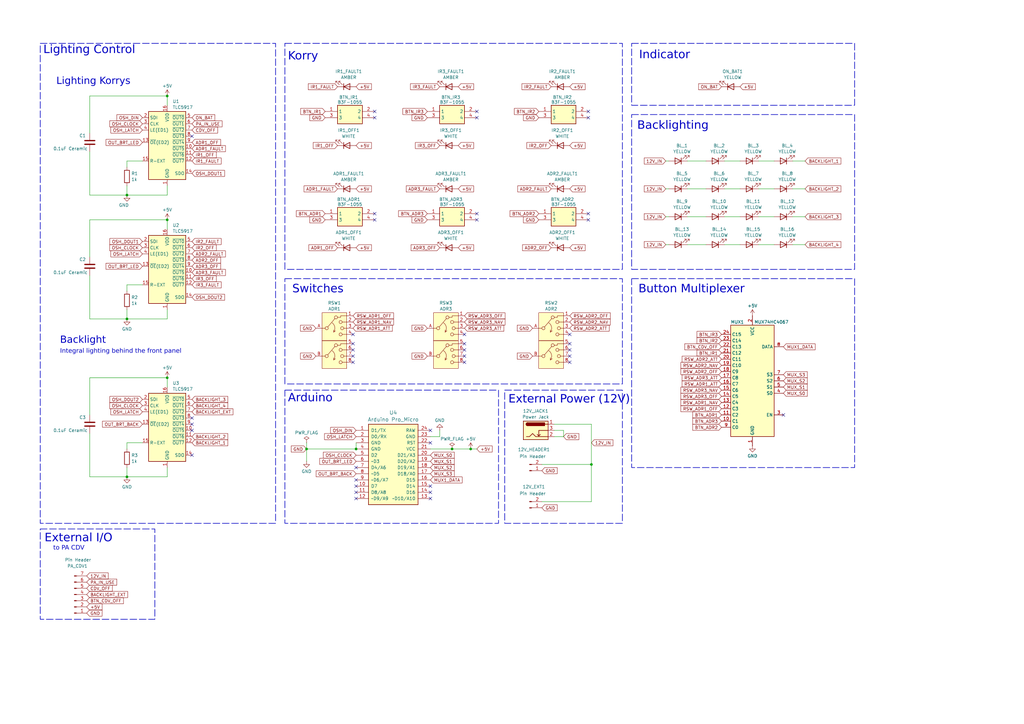
<source format=kicad_sch>
(kicad_sch (version 20231120) (generator "eeschema") (generator_version "8.0")
  (paper "A3")
  (title_block (title "ADIRS Panel") (date "2024-11-28") (rev "V1.1") (company "S.K.") (comment 1 "Connector to PA_CDV Panel (Cockpit door video)"))
  (junction (at 68.58 154.94))
  (junction (at 185.42 184.15))
  (junction (at 146.05 184.15))
  (junction (at 125.73 184.15))
  (junction (at 52.07 130.81))
  (junction (at 68.58 90.17))
  (junction (at 68.58 39.37))
  (junction (at 52.07 195.58))
  (junction (at 242.57 190.5))
  (junction (at 193.04 184.15))
  (junction (at 52.07 80.01))
  (no_connect (at 233.68 140.97))
  (no_connect (at 176.53 181.61))
  (no_connect (at 153.67 48.26))
  (no_connect (at 78.74 171.45))
  (no_connect (at 144.78 146.05))
  (no_connect (at 195.58 90.17))
  (no_connect (at 190.5 140.97))
  (no_connect (at 233.68 143.51))
  (no_connect (at 78.74 176.53))
  (no_connect (at 153.67 45.72))
  (no_connect (at 241.3 90.17))
  (no_connect (at 78.74 186.69))
  (no_connect (at 195.58 87.63))
  (no_connect (at 241.3 87.63))
  (no_connect (at 78.74 173.99))
  (no_connect (at 321.31 170.18))
  (no_connect (at 176.53 176.53))
  (no_connect (at 176.53 201.93))
  (no_connect (at 153.67 90.17))
  (no_connect (at 176.53 204.47))
  (no_connect (at 233.68 137.16))
  (no_connect (at 146.05 196.85))
  (no_connect (at 153.67 87.63))
  (no_connect (at 146.05 191.77))
  (no_connect (at 144.78 137.16))
  (no_connect (at 233.68 146.05))
  (no_connect (at 146.05 201.93))
  (no_connect (at 146.05 199.39))
  (no_connect (at 190.5 146.05))
  (no_connect (at 78.74 55.88))
  (no_connect (at 190.5 137.16))
  (no_connect (at 241.3 48.26))
  (no_connect (at 241.3 45.72))
  (no_connect (at 144.78 148.59))
  (no_connect (at 144.78 143.51))
  (no_connect (at 195.58 45.72))
  (no_connect (at 190.5 148.59))
  (no_connect (at 190.5 143.51))
  (no_connect (at 195.58 48.26))
  (no_connect (at 144.78 140.97))
  (no_connect (at 176.53 199.39))
  (no_connect (at 146.05 204.47))
  (no_connect (at 233.68 148.59))
  (wire (pts (xy 52.07 127) (xy 52.07 130.81)))
  (wire (pts (xy 242.57 173.99) (xy 242.57 190.5)))
  (wire (pts (xy 281.94 77.47) (xy 289.56 77.47)))
  (wire (pts (xy 297.18 66.04) (xy 303.53 66.04)))
  (wire (pts (xy 325.12 100.33) (xy 330.2 100.33)))
  (wire (pts (xy 52.07 80.01) (xy 68.58 80.01)))
  (wire (pts (xy 52.07 116.84) (xy 52.07 119.38)))
  (wire (pts (xy 36.83 80.01) (xy 52.07 80.01)))
  (wire (pts (xy 36.83 113.03) (xy 36.83 130.81)))
  (wire (pts (xy 274.32 100.33) (xy 273.05 100.33)))
  (wire (pts (xy 36.83 154.94) (xy 68.58 154.94)))
  (wire (pts (xy 68.58 90.17) (xy 68.58 93.98)))
  (wire (pts (xy 36.83 195.58) (xy 52.07 195.58)))
  (wire (pts (xy 227.33 173.99) (xy 242.57 173.99)))
  (wire (pts (xy 36.83 130.81) (xy 52.07 130.81)))
  (wire (pts (xy 68.58 80.01) (xy 68.58 76.2)))
  (wire (pts (xy 52.07 76.2) (xy 52.07 80.01)))
  (wire (pts (xy 36.83 39.37) (xy 36.83 54.61)))
  (wire (pts (xy 227.33 179.07) (xy 231.14 179.07)))
  (wire (pts (xy 125.73 184.15) (xy 146.05 184.15)))
  (wire (pts (xy 180.34 179.07) (xy 180.34 176.53)))
  (wire (pts (xy 125.73 181.61) (xy 125.73 184.15)))
  (wire (pts (xy 325.12 66.04) (xy 330.2 66.04)))
  (wire (pts (xy 222.25 190.5) (xy 242.57 190.5)))
  (wire (pts (xy 273.05 66.04) (xy 274.32 66.04)))
  (wire (pts (xy 58.42 66.04) (xy 52.07 66.04)))
  (wire (pts (xy 52.07 191.77) (xy 52.07 195.58)))
  (wire (pts (xy 231.14 176.53) (xy 231.14 179.07)))
  (wire (pts (xy 281.94 66.04) (xy 289.56 66.04)))
  (wire (pts (xy 281.94 100.33) (xy 289.56 100.33)))
  (wire (pts (xy 311.15 77.47) (xy 317.5 77.47)))
  (wire (pts (xy 311.15 66.04) (xy 317.5 66.04)))
  (wire (pts (xy 68.58 130.81) (xy 68.58 127)))
  (wire (pts (xy 58.42 116.84) (xy 52.07 116.84)))
  (wire (pts (xy 176.53 179.07) (xy 180.34 179.07)))
  (wire (pts (xy 297.18 100.33) (xy 303.53 100.33)))
  (wire (pts (xy 36.83 62.23) (xy 36.83 80.01)))
  (wire (pts (xy 125.73 189.23) (xy 125.73 184.15)))
  (wire (pts (xy 274.32 77.47) (xy 273.05 77.47)))
  (wire (pts (xy 325.12 77.47) (xy 330.2 77.47)))
  (wire (pts (xy 52.07 181.61) (xy 52.07 184.15)))
  (wire (pts (xy 297.18 77.47) (xy 303.53 77.47)))
  (wire (pts (xy 176.53 184.15) (xy 185.42 184.15)))
  (wire (pts (xy 68.58 39.37) (xy 68.58 43.18)))
  (wire (pts (xy 311.15 100.33) (xy 317.5 100.33)))
  (wire (pts (xy 227.33 176.53) (xy 231.14 176.53)))
  (wire (pts (xy 242.57 205.74) (xy 242.57 190.5)))
  (wire (pts (xy 52.07 66.04) (xy 52.07 68.58)))
  (wire (pts (xy 36.83 154.94) (xy 36.83 170.18)))
  (wire (pts (xy 297.18 88.9) (xy 303.53 88.9)))
  (wire (pts (xy 36.83 177.8) (xy 36.83 195.58)))
  (wire (pts (xy 185.42 184.15) (xy 193.04 184.15)))
  (wire (pts (xy 193.04 184.15) (xy 195.58 184.15)))
  (wire (pts (xy 36.83 39.37) (xy 68.58 39.37)))
  (wire (pts (xy 311.15 88.9) (xy 317.5 88.9)))
  (wire (pts (xy 52.07 130.81) (xy 68.58 130.81)))
  (wire (pts (xy 68.58 154.94) (xy 68.58 158.75)))
  (wire (pts (xy 36.83 90.17) (xy 36.83 105.41)))
  (wire (pts (xy 222.25 205.74) (xy 242.57 205.74)))
  (wire (pts (xy 146.05 181.61) (xy 146.05 184.15)))
  (wire (pts (xy 325.12 88.9) (xy 330.2 88.9)))
  (wire (pts (xy 68.58 195.58) (xy 68.58 191.77)))
  (wire (pts (xy 36.83 90.17) (xy 68.58 90.17)))
  (wire (pts (xy 274.32 88.9) (xy 273.05 88.9)))
  (wire (pts (xy 281.94 88.9) (xy 289.56 88.9)))
  (wire (pts (xy 58.42 181.61) (xy 52.07 181.61)))
  (wire (pts (xy 52.07 195.58) (xy 68.58 195.58)))
  (rectangle (start 259.08 46.99) (end 350.52 110.49) (stroke (width 0.254) (type dash)))
  (rectangle (start 16.51 216.9534) (end 63.5 254) (stroke (width 0.254) (type dash)))
  (rectangle (start 207.01 160.02) (end 255.27 214.63) (stroke (width 0.254) (type dash)))
  (rectangle (start 16.51 17.78) (end 113.03 214.63) (stroke (width 0.254) (type dash)))
  (rectangle (start 116.84 114.3) (end 255.27 157.48) (stroke (width 0.254) (type dash)))
  (rectangle (start 259.08 114.3) (end 350.52 191.77) (stroke (width 0.254) (type dash)))
  (rectangle (start 259.08 17.78) (end 350.52 43.18) (stroke (width 0.254) (type dash)))
  (rectangle (start 116.8399 17.78) (end 255.27 110.49) (stroke (width 0.254) (type dash)))
  (rectangle (start 116.84 160.02) (end 204.47 214.63) (stroke (width 0.254) (type dash)))
  (text "Backlighting" (at 261.366 50.546 0) (effects (font (size 3.3782 3.3782)) (justify left top)))
  (text "External I/O" (at 18.288 219.71 0) (effects (font (size 3.3782 3.3782)) (justify left top)))
  (text "Arduino" (at 118.11 162.306 0) (effects (font (size 3.3782 3.3782)) (justify left top)))
  (text "Switches" (at 119.888 117.602 0) (effects (font (size 3.3782 3.3782)) (justify left top)))
  (text "Indicator" (at 262.128 21.59 0) (effects (font (size 3.3782 3.3782)) (justify left top)))
  (text "Korry" (at 118.11 22.098 0) (effects (font (size 3.3782 3.3782)) (justify left top)))
  (text "Button Multiplexer" (at 261.874 117.602 0) (effects (font (size 3.3782 3.3782)) (justify left top)))
  (text "to PA CDV" (at 21.844 224.282 0) (effects (font (size 1.8288 1.8288)) (justify left top)))
  (text "External Power (12V)" (at 208.534 162.814 0) (effects (font (size 3.3782 3.3782)) (justify left top)))
  (text "Lighting Korrys" (at 23.114 32.512 0) (effects (font (size 2.8956 2.8956)) (justify left top)))
  (text "Lighting Control" (at 17.78 19.4818 0) (effects (font (size 3.3782 3.3782)) (justify left top)))
  (text "Integral lighting behind the front panel" (at 24.638 143.5608 0) (effects (font (size 1.8288 1.8288)) (justify left top)))
  (text "Backlight" (at 24.638 138.684 0) (effects (font (size 2.8956 2.8956)) (justify left top)))
  (global_label "BTN_IR3" (shape input) (at 175.26 45.72 180) (property "Intersheetrefs" "${INTERSHEET_REFS}" (effects (hide yes))))
  (global_label "OSH_LATCH" (shape input) (at 146.05 179.07 180) (property "Intersheetrefs" "${INTERSHEET_REFS}" (effects (hide yes))))
  (global_label "+5V" (shape input) (at 146.05 77.47 0) (property "Intersheetrefs" "${INTERSHEET_REFS}" (effects (hide yes))))
  (global_label "ADR2_FAULT" (shape input) (at 226.06 77.47 180) (property "Intersheetrefs" "${INTERSHEET_REFS}" (effects (hide yes))))
  (global_label "PA_IN_USE" (shape input) (at 78.74 50.8 0) (property "Intersheetrefs" "${INTERSHEET_REFS}" (effects (hide yes))))
  (global_label "OSH_DOUT1" (shape input) (at 78.74 71.12 0) (property "Intersheetrefs" "${INTERSHEET_REFS}" (effects (hide yes))))
  (global_label "RSW_ADR1_NAV" (shape input) (at 295.91 165.1 180) (property "Intersheetrefs" "${INTERSHEET_REFS}" (effects (hide yes))))
  (global_label "GND" (shape input) (at 133.35 48.26 180) (property "Intersheetrefs" "${INTERSHEET_REFS}" (effects (hide yes))))
  (global_label "RSW_ADR3_NAV" (shape input) (at 190.5 132.08 0) (property "Intersheetrefs" "${INTERSHEET_REFS}" (effects (hide yes))))
  (global_label "MUX1_DATA" (shape input) (at 321.31 142.24 0) (property "Intersheetrefs" "${INTERSHEET_REFS}" (effects (hide yes))))
  (global_label "GND" (shape input) (at 125.73 184.15 180) (property "Intersheetrefs" "${INTERSHEET_REFS}" (effects (hide yes))))
  (global_label "RSW_ADR2_ATT" (shape input) (at 233.68 134.62 0) (property "Intersheetrefs" "${INTERSHEET_REFS}" (effects (hide yes))))
  (global_label "+5V" (shape input) (at 146.05 101.6 0) (property "Intersheetrefs" "${INTERSHEET_REFS}" (effects (hide yes))))
  (global_label "ADR2_FAULT" (shape input) (at 78.74 104.14 0) (property "Intersheetrefs" "${INTERSHEET_REFS}" (effects (hide yes))))
  (global_label "RSW_ADR2_NAV" (shape input) (at 233.68 132.08 0) (property "Intersheetrefs" "${INTERSHEET_REFS}" (effects (hide yes))))
  (global_label "+5V" (shape input) (at 146.05 59.69 0) (property "Intersheetrefs" "${INTERSHEET_REFS}" (effects (hide yes))))
  (global_label "IR1_OFF" (shape input) (at 78.74 63.5 0) (property "Intersheetrefs" "${INTERSHEET_REFS}" (effects (hide yes))))
  (global_label "OUT_BRT_LED" (shape input) (at 146.05 189.23 180) (property "Intersheetrefs" "${INTERSHEET_REFS}" (effects (hide yes))))
  (global_label "+5V" (shape input) (at 233.68 59.69 0) (property "Intersheetrefs" "${INTERSHEET_REFS}" (effects (hide yes))))
  (global_label "12V_IN" (shape input) (at 35.56 236.22 0) (property "Intersheetrefs" "${INTERSHEET_REFS}" (effects (hide yes))))
  (global_label "IR3_OFF" (shape input) (at 180.34 59.69 180) (property "Intersheetrefs" "${INTERSHEET_REFS}" (effects (hide yes))))
  (global_label "MUX_S3" (shape input) (at 176.53 194.31 0) (property "Intersheetrefs" "${INTERSHEET_REFS}" (effects (hide yes))))
  (global_label "RSW_ADR2_OFF" (shape input) (at 233.68 129.54 0) (property "Intersheetrefs" "${INTERSHEET_REFS}" (effects (hide yes))))
  (global_label "GND" (shape input) (at 175.26 134.62 180) (property "Intersheetrefs" "${INTERSHEET_REFS}" (effects (hide yes))))
  (global_label "OUT_BRT_BACK" (shape input) (at 146.05 194.31 180) (property "Intersheetrefs" "${INTERSHEET_REFS}" (effects (hide yes))))
  (global_label "BACKLIGHT_3" (shape input) (at 330.2 88.9 0) (property "Intersheetrefs" "${INTERSHEET_REFS}" (effects (hide yes))))
  (global_label "+5V" (shape input) (at 187.96 59.69 0) (property "Intersheetrefs" "${INTERSHEET_REFS}" (effects (hide yes))))
  (global_label "GND" (shape input) (at 222.25 193.04 0) (property "Intersheetrefs" "${INTERSHEET_REFS}" (effects (hide yes))))
  (global_label "BACKLIGHT_1" (shape input) (at 330.2 66.04 0) (property "Intersheetrefs" "${INTERSHEET_REFS}" (effects (hide yes))))
  (global_label "+5V" (shape input) (at 35.56 248.92 0) (property "Intersheetrefs" "${INTERSHEET_REFS}" (effects (hide yes))))
  (global_label "ADR3_FAULT" (shape input) (at 78.74 111.76 0) (property "Intersheetrefs" "${INTERSHEET_REFS}" (effects (hide yes))))
  (global_label "GND" (shape input) (at 35.56 251.46 0) (property "Intersheetrefs" "${INTERSHEET_REFS}" (effects (hide yes))))
  (global_label "+5V" (shape input) (at 187.96 77.47 0) (property "Intersheetrefs" "${INTERSHEET_REFS}" (effects (hide yes))))
  (global_label "IR2_OFF" (shape input) (at 78.74 101.6 0) (property "Intersheetrefs" "${INTERSHEET_REFS}" (effects (hide yes))))
  (global_label "RSW_ADR2_OFF" (shape input) (at 295.91 152.4 180) (property "Intersheetrefs" "${INTERSHEET_REFS}" (effects (hide yes))))
  (global_label "GND" (shape input) (at 175.26 146.05 180) (property "Intersheetrefs" "${INTERSHEET_REFS}" (effects (hide yes))))
  (global_label "IR2_FAULT" (shape input) (at 226.06 35.56 180) (property "Intersheetrefs" "${INTERSHEET_REFS}" (effects (hide yes))))
  (global_label "BTN_CDV_OFF" (shape input) (at 35.56 246.38 0) (property "Intersheetrefs" "${INTERSHEET_REFS}" (effects (hide yes))))
  (global_label "+5V" (shape input) (at 146.05 35.56 0) (property "Intersheetrefs" "${INTERSHEET_REFS}" (effects (hide yes))))
  (global_label "BTN_ADR2" (shape input) (at 295.91 175.26 180) (property "Intersheetrefs" "${INTERSHEET_REFS}" (effects (hide yes))))
  (global_label "12V_IN" (shape input) (at 242.57 181.61 0) (property "Intersheetrefs" "${INTERSHEET_REFS}" (effects (hide yes))))
  (global_label "BACKLIGHT_3" (shape input) (at 78.74 163.83 0) (property "Intersheetrefs" "${INTERSHEET_REFS}" (effects (hide yes))))
  (global_label "GND" (shape input) (at 220.98 90.17 180) (property "Intersheetrefs" "${INTERSHEET_REFS}" (effects (hide yes))))
  (global_label "GND" (shape input) (at 175.26 48.26 180) (property "Intersheetrefs" "${INTERSHEET_REFS}" (effects (hide yes))))
  (global_label "12V_IN" (shape input) (at 273.05 66.04 180) (property "Intersheetrefs" "${INTERSHEET_REFS}" (effects (hide yes))))
  (global_label "OSH_LATCH" (shape input) (at 58.42 168.91 180) (property "Intersheetrefs" "${INTERSHEET_REFS}" (effects (hide yes))))
  (global_label "MUX_S2" (shape input) (at 321.31 156.21 0) (property "Intersheetrefs" "${INTERSHEET_REFS}" (effects (hide yes))))
  (global_label "CDV_OFF" (shape input) (at 78.74 53.34 0) (property "Intersheetrefs" "${INTERSHEET_REFS}" (effects (hide yes))))
  (global_label "BTN_ADR3" (shape input) (at 295.91 172.72 180) (property "Intersheetrefs" "${INTERSHEET_REFS}" (effects (hide yes))))
  (global_label "OSH_LATCH" (shape input) (at 58.42 53.34 180) (property "Intersheetrefs" "${INTERSHEET_REFS}" (effects (hide yes))))
  (global_label "BTN_ADR3" (shape input) (at 175.26 87.63 180) (property "Intersheetrefs" "${INTERSHEET_REFS}" (effects (hide yes))))
  (global_label "ON_BAT" (shape input) (at 295.91 35.56 180) (property "Intersheetrefs" "${INTERSHEET_REFS}" (effects (hide yes))))
  (global_label "IR1_FAULT" (shape input) (at 78.74 66.04 0) (property "Intersheetrefs" "${INTERSHEET_REFS}" (effects (hide yes))))
  (global_label "RSW_ADR1_OFF" (shape input) (at 295.91 167.64 180) (property "Intersheetrefs" "${INTERSHEET_REFS}" (effects (hide yes))))
  (global_label "BTN_ADR1" (shape input) (at 295.91 170.18 180) (property "Intersheetrefs" "${INTERSHEET_REFS}" (effects (hide yes))))
  (global_label "IR3_OFF" (shape input) (at 78.74 114.3 0) (property "Intersheetrefs" "${INTERSHEET_REFS}" (effects (hide yes))))
  (global_label "PA_IN_USE" (shape input) (at 35.56 238.76 0) (property "Intersheetrefs" "${INTERSHEET_REFS}" (effects (hide yes))))
  (global_label "ON_BAT" (shape input) (at 78.74 48.26 0) (property "Intersheetrefs" "${INTERSHEET_REFS}" (effects (hide yes))))
  (global_label "12V_IN" (shape input) (at 273.05 88.9 180) (property "Intersheetrefs" "${INTERSHEET_REFS}" (effects (hide yes))))
  (global_label "GND" (shape input) (at 222.25 208.28 0) (property "Intersheetrefs" "${INTERSHEET_REFS}" (effects (hide yes))))
  (global_label "GND" (shape input) (at 218.44 134.62 180) (property "Intersheetrefs" "${INTERSHEET_REFS}" (effects (hide yes))))
  (global_label "OSH_DOUT2" (shape input) (at 58.42 163.83 180) (property "Intersheetrefs" "${INTERSHEET_REFS}" (effects (hide yes))))
  (global_label "+5V" (shape input) (at 233.68 35.56 0) (property "Intersheetrefs" "${INTERSHEET_REFS}" (effects (hide yes))))
  (global_label "+5V" (shape input) (at 195.58 184.15 0) (property "Intersheetrefs" "${INTERSHEET_REFS}" (effects (hide yes))))
  (global_label "ADR3_OFF" (shape input) (at 78.74 109.22 0) (property "Intersheetrefs" "${INTERSHEET_REFS}" (effects (hide yes))))
  (global_label "BACKLIGHT_EXT" (shape input) (at 78.74 168.91 0) (property "Intersheetrefs" "${INTERSHEET_REFS}" (effects (hide yes))))
  (global_label "OUT_BRT_BACK" (shape input) (at 58.42 173.99 180) (property "Intersheetrefs" "${INTERSHEET_REFS}" (effects (hide yes))))
  (global_label "OSH_CLOCK" (shape input) (at 58.42 101.6 180) (property "Intersheetrefs" "${INTERSHEET_REFS}" (effects (hide yes))))
  (global_label "BACKLIGHT_4" (shape input) (at 78.74 166.37 0) (property "Intersheetrefs" "${INTERSHEET_REFS}" (effects (hide yes))))
  (global_label "ADR2_OFF" (shape input) (at 226.06 101.6 180) (property "Intersheetrefs" "${INTERSHEET_REFS}" (effects (hide yes))))
  (global_label "MUX_S3" (shape input) (at 321.31 153.67 0) (property "Intersheetrefs" "${INTERSHEET_REFS}" (effects (hide yes))))
  (global_label "12V_IN" (shape input) (at 273.05 77.47 180) (property "Intersheetrefs" "${INTERSHEET_REFS}" (effects (hide yes))))
  (global_label "ADR1_OFF" (shape input) (at 78.74 58.42 0) (property "Intersheetrefs" "${INTERSHEET_REFS}" (effects (hide yes))))
  (global_label "BTN_IR2" (shape input) (at 295.91 139.7 180) (property "Intersheetrefs" "${INTERSHEET_REFS}" (effects (hide yes))))
  (global_label "MUX_S2" (shape input) (at 176.53 191.77 0) (property "Intersheetrefs" "${INTERSHEET_REFS}" (effects (hide yes))))
  (global_label "IR2_OFF" (shape input) (at 226.06 59.69 180) (property "Intersheetrefs" "${INTERSHEET_REFS}" (effects (hide yes))))
  (global_label "GND" (shape input) (at 220.98 48.26 180) (property "Intersheetrefs" "${INTERSHEET_REFS}" (effects (hide yes))))
  (global_label "ADR1_FAULT" (shape input) (at 78.74 60.96 0) (property "Intersheetrefs" "${INTERSHEET_REFS}" (effects (hide yes))))
  (global_label "RSW_ADR1_ATT" (shape input) (at 144.78 134.62 0) (property "Intersheetrefs" "${INTERSHEET_REFS}" (effects (hide yes))))
  (global_label "RSW_ADR3_OFF" (shape input) (at 295.91 162.56 180) (property "Intersheetrefs" "${INTERSHEET_REFS}" (effects (hide yes))))
  (global_label "GND" (shape input) (at 133.35 90.17 180) (property "Intersheetrefs" "${INTERSHEET_REFS}" (effects (hide yes))))
  (global_label "OSH_DIN" (shape input) (at 58.42 48.26 180) (property "Intersheetrefs" "${INTERSHEET_REFS}" (effects (hide yes))))
  (global_label "12V_IN" (shape input) (at 273.05 100.33 180) (property "Intersheetrefs" "${INTERSHEET_REFS}" (effects (hide yes))))
  (global_label "IR1_OFF" (shape input) (at 138.43 59.69 180) (property "Intersheetrefs" "${INTERSHEET_REFS}" (effects (hide yes))))
  (global_label "OSH_CLOCK" (shape input) (at 146.05 186.69 180) (property "Intersheetrefs" "${INTERSHEET_REFS}" (effects (hide yes))))
  (global_label "BACKLIGHT_2" (shape input) (at 78.74 179.07 0) (property "Intersheetrefs" "${INTERSHEET_REFS}" (effects (hide yes))))
  (global_label "ADR2_OFF" (shape input) (at 78.74 106.68 0) (property "Intersheetrefs" "${INTERSHEET_REFS}" (effects (hide yes))))
  (global_label "RSW_ADR3_NAV" (shape input) (at 295.91 160.02 180) (property "Intersheetrefs" "${INTERSHEET_REFS}" (effects (hide yes))))
  (global_label "GND" (shape input) (at 218.44 146.05 180) (property "Intersheetrefs" "${INTERSHEET_REFS}" (effects (hide yes))))
  (global_label "IR1_FAULT" (shape input) (at 138.43 35.56 180) (property "Intersheetrefs" "${INTERSHEET_REFS}" (effects (hide yes))))
  (global_label "MUX_S0" (shape input) (at 321.31 161.29 0) (property "Intersheetrefs" "${INTERSHEET_REFS}" (effects (hide yes))))
  (global_label "GND" (shape input) (at 129.54 146.05 180) (property "Intersheetrefs" "${INTERSHEET_REFS}" (effects (hide yes))))
  (global_label "ADR1_OFF" (shape input) (at 138.43 101.6 180) (property "Intersheetrefs" "${INTERSHEET_REFS}" (effects (hide yes))))
  (global_label "CDV_OFF" (shape input) (at 35.56 241.3 0) (property "Intersheetrefs" "${INTERSHEET_REFS}" (effects (hide yes))))
  (global_label "OSH_DOUT1" (shape input) (at 58.42 99.06 180) (property "Intersheetrefs" "${INTERSHEET_REFS}" (effects (hide yes))))
  (global_label "RSW_ADR3_OFF" (shape input) (at 190.5 129.54 0) (property "Intersheetrefs" "${INTERSHEET_REFS}" (effects (hide yes))))
  (global_label "BACKLIGHT_EXT" (shape input) (at 35.56 243.84 0) (property "Intersheetrefs" "${INTERSHEET_REFS}" (effects (hide yes))))
  (global_label "IR3_FAULT" (shape input) (at 180.34 35.56 180) (property "Intersheetrefs" "${INTERSHEET_REFS}" (effects (hide yes))))
  (global_label "BTN_IR1" (shape input) (at 295.91 144.78 180) (property "Intersheetrefs" "${INTERSHEET_REFS}" (effects (hide yes))))
  (global_label "MUX_S1" (shape input) (at 321.31 158.75 0) (property "Intersheetrefs" "${INTERSHEET_REFS}" (effects (hide yes))))
  (global_label "OSH_DOUT2" (shape input) (at 78.74 121.92 0) (property "Intersheetrefs" "${INTERSHEET_REFS}" (effects (hide yes))))
  (global_label "RSW_ADR3_ATT" (shape input) (at 295.91 154.94 180) (property "Intersheetrefs" "${INTERSHEET_REFS}" (effects (hide yes))))
  (global_label "ADR3_OFF" (shape input) (at 180.34 101.6 180) (property "Intersheetrefs" "${INTERSHEET_REFS}" (effects (hide yes))))
  (global_label "BTN_CDV_OFF" (shape input) (at 295.91 142.24 180) (property "Intersheetrefs" "${INTERSHEET_REFS}" (effects (hide yes))))
  (global_label "BTN_IR2" (shape input) (at 220.98 45.72 180) (property "Intersheetrefs" "${INTERSHEET_REFS}" (effects (hide yes))))
  (global_label "OSH_CLOCK" (shape input) (at 58.42 166.37 180) (property "Intersheetrefs" "${INTERSHEET_REFS}" (effects (hide yes))))
  (global_label "RSW_ADR1_ATT" (shape input) (at 295.91 157.48 180) (property "Intersheetrefs" "${INTERSHEET_REFS}" (effects (hide yes))))
  (global_label "BTN_IR3" (shape input) (at 295.91 137.16 180) (property "Intersheetrefs" "${INTERSHEET_REFS}" (effects (hide yes))))
  (global_label "IR2_FAULT" (shape input) (at 78.74 99.06 0) (property "Intersheetrefs" "${INTERSHEET_REFS}" (effects (hide yes))))
  (global_label "RSW_ADR1_NAV" (shape input) (at 144.78 132.08 0) (property "Intersheetrefs" "${INTERSHEET_REFS}" (effects (hide yes))))
  (global_label "+5V" (shape input) (at 233.68 101.6 0) (property "Intersheetrefs" "${INTERSHEET_REFS}" (effects (hide yes))))
  (global_label "OUT_BRT_LED" (shape input) (at 58.42 58.42 180) (property "Intersheetrefs" "${INTERSHEET_REFS}" (effects (hide yes))))
  (global_label "+5V" (shape input) (at 303.53 35.56 0) (property "Intersheetrefs" "${INTERSHEET_REFS}" (effects (hide yes))))
  (global_label "RSW_ADR1_OFF" (shape input) (at 144.78 129.54 0) (property "Intersheetrefs" "${INTERSHEET_REFS}" (effects (hide yes))))
  (global_label "GND" (shape input) (at 231.14 179.07 0) (property "Intersheetrefs" "${INTERSHEET_REFS}" (effects (hide yes))))
  (global_label "OUT_BRT_LED" (shape input) (at 58.42 109.22 180) (property "Intersheetrefs" "${INTERSHEET_REFS}" (effects (hide yes))))
  (global_label "MUX_S0" (shape input) (at 176.53 186.69 0) (property "Intersheetrefs" "${INTERSHEET_REFS}" (effects (hide yes))))
  (global_label "ADR1_FAULT" (shape input) (at 138.43 77.47 180) (property "Intersheetrefs" "${INTERSHEET_REFS}" (effects (hide yes))))
  (global_label "BTN_ADR2" (shape input) (at 220.98 87.63 180) (property "Intersheetrefs" "${INTERSHEET_REFS}" (effects (hide yes))))
  (global_label "OSH_CLOCK" (shape input) (at 58.42 50.8 180) (property "Intersheetrefs" "${INTERSHEET_REFS}" (effects (hide yes))))
  (global_label "RSW_ADR2_NAV" (shape input) (at 295.91 149.86 180) (property "Intersheetrefs" "${INTERSHEET_REFS}" (effects (hide yes))))
  (global_label "RSW_ADR2_ATT" (shape input) (at 295.91 147.32 180) (property "Intersheetrefs" "${INTERSHEET_REFS}" (effects (hide yes))))
  (global_label "ADR3_FAULT" (shape input) (at 180.34 77.47 180) (property "Intersheetrefs" "${INTERSHEET_REFS}" (effects (hide yes))))
  (global_label "BTN_ADR1" (shape input) (at 133.35 87.63 180) (property "Intersheetrefs" "${INTERSHEET_REFS}" (effects (hide yes))))
  (global_label "MUX1_DATA" (shape input) (at 176.53 196.85 0) (property "Intersheetrefs" "${INTERSHEET_REFS}" (effects (hide yes))))
  (global_label "RSW_ADR3_ATT" (shape input) (at 190.5 134.62 0) (property "Intersheetrefs" "${INTERSHEET_REFS}" (effects (hide yes))))
  (global_label "+5V" (shape input) (at 187.96 35.56 0) (property "Intersheetrefs" "${INTERSHEET_REFS}" (effects (hide yes))))
  (global_label "IR3_FAULT" (shape input) (at 78.74 116.84 0) (property "Intersheetrefs" "${INTERSHEET_REFS}" (effects (hide yes))))
  (global_label "BACKLIGHT_1" (shape input) (at 78.74 181.61 0) (property "Intersheetrefs" "${INTERSHEET_REFS}" (effects (hide yes))))
  (global_label "BACKLIGHT_4" (shape input) (at 330.2 100.33 0) (property "Intersheetrefs" "${INTERSHEET_REFS}" (effects (hide yes))))
  (global_label "OSH_LATCH" (shape input) (at 58.42 104.14 180) (property "Intersheetrefs" "${INTERSHEET_REFS}" (effects (hide yes))))
  (global_label "+5V" (shape input) (at 187.96 101.6 0) (property "Intersheetrefs" "${INTERSHEET_REFS}" (effects (hide yes))))
  (global_label "GND" (shape input) (at 175.26 90.17 180) (property "Intersheetrefs" "${INTERSHEET_REFS}" (effects (hide yes))))
  (global_label "OSH_DIN" (shape input) (at 146.05 176.53 180) (property "Intersheetrefs" "${INTERSHEET_REFS}" (effects (hide yes))))
  (global_label "BACKLIGHT_2" (shape input) (at 330.2 77.47 0) (property "Intersheetrefs" "${INTERSHEET_REFS}" (effects (hide yes))))
  (global_label "BTN_IR1" (shape input) (at 133.35 45.72 180) (property "Intersheetrefs" "${INTERSHEET_REFS}" (effects (hide yes))))
  (global_label "MUX_S1" (shape input) (at 176.53 189.23 0) (property "Intersheetrefs" "${INTERSHEET_REFS}" (effects (hide yes))))
  (global_label "+5V" (shape input) (at 233.68 77.47 0) (property "Intersheetrefs" "${INTERSHEET_REFS}" (effects (hide yes))))
  (global_label "GND" (shape input) (at 129.54 134.62 180) (property "Intersheetrefs" "${INTERSHEET_REFS}" (effects (hide yes))))
  (symbol (lib_id "power:+5V") (at 68.58 90.17 0) (unit 1)
    (property "Reference" "#PWR07" (effects (hide yes)))
    (property "Value" "+5V" (at 68.58 86.0369 0))
    (property "Description" "Power symbol creates a global label with name \"+5V\"" (effects (hide yes)))
  )
  (symbol (lib_id "Connector:Barrel_Jack_Switch") (at 219.71 176.53 0) (unit 1)
    (property "Reference" "12V_JACK1" (at 219.71 168.5755 0))
    (property "Value" "Power Jack" (at 219.71 170.9998 0))
    (property "Footprint" "Connector_BarrelJack:BarrelJack_Horizontal" (effects (hide yes)))
    (property "Description" "DC Barrel Jack with an internal switch" (effects (hide yes)))
  )
  (symbol (lib_id "Device:LED") (at 293.37 66.04 180) (unit 1)
    (property "Reference" "BL_2" (at 294.9575 59.7365 0))
    (property "Value" "YELLOW" (at 294.9575 62.1608 0))
    (property "Footprint" "LED_THT:LED_D3.0mm" (effects (hide yes)))
    (property "Description" "Light emitting diode" (effects (hide yes)))
  )
  (symbol (lib_id "Connector:Conn_01x02_Pin") (at 217.17 193.04 0) (mirror x) (unit 1)
    (property "Reference" "12V_HEADER1" (at 218.948 184.404 0))
    (property "Value" "Pin Header" (at 218.44 187.198 0))
    (property "Footprint" "Connector_JST:JST_EH_B2B-EH-A_1x02_P2.50mm_Vertical" (effects (hide yes)))
    (property "Description" "Generic connector, single row, 01x02, script generated" (effects (hide yes)))
  )
  (symbol (lib_id "Device:R") (at 52.07 123.19 0) (unit 1)
    (property "Reference" "R2" (at 53.848 121.9778 0) (effects (justify left)))
    (property "Value" "1k" (at 53.848 124.4021 0) (effects (justify left)))
    (property "Footprint" "Resistor_THT:R_Axial_DIN0204_L3.6mm_D1.6mm_P7.62mm_Horizontal" (effects (hide yes)))
    (property "Description" "Resistor" (effects (hide yes)))
  )
  (symbol (lib_id "Arduino:Sparkfun_Pro_Micro") (at 161.29 191.77 0) (unit 1)
    (property "Reference" "U4" (at 161.29 169.2326 0) (effects (font (size 1.524 1.524))))
    (property "Value" "Arduino Pro_Micro" (at 161.29 172.0655 0) (effects (font (size 1.524 1.524))))
    (property "Footprint" "Arduino:Sparkfun_Pro_Micro" (effects (hide yes)))
    (property "Datasheet" "https://www.sparkfun.com/products/12640" (effects (hide yes)))
    (property "Description" "Sparkfun Pro Micro" (effects (hide yes)))
  )
  (symbol (lib_id "Device:LED") (at 321.31 77.47 180) (unit 1)
    (property "Reference" "BL_8" (at 322.8975 71.1665 0))
    (property "Value" "YELLOW" (at 322.8975 73.5908 0))
    (property "Footprint" "LED_THT:LED_D3.0mm" (effects (hide yes)))
    (property "Description" "Light emitting diode" (effects (hide yes)))
  )
  (symbol (lib_id "power:GND") (at 125.73 189.23 0) (mirror y) (unit 1)
    (property "Reference" "#PWR041" (effects (hide yes)))
    (property "Value" "GND" (at 125.73 193.3631 0))
    (property "Description" "Power symbol creates a global label with name \"GND\" , ground" (effects (hide yes)))
  )
  (symbol (lib_id "Device:LED") (at 184.15 101.6 0) (mirror x) (unit 1)
    (property "Reference" "ADR3_OFF1" (at 184.912 95.3657 0))
    (property "Value" "WHITE" (at 184.912 97.79 0))
    (property "Footprint" "LED_THT:LED_D3.0mm" (effects (hide yes)))
    (property "Description" "Light emitting diode" (effects (hide yes)))
  )
  (symbol (lib_id "Device:LED") (at 229.87 35.56 0) (mirror x) (unit 1)
    (property "Reference" "IR2_FAULT1" (at 230.632 29.3257 0))
    (property "Value" "AMBER" (at 230.632 31.75 0))
    (property "Footprint" "LED_THT:LED_D3.0mm" (effects (hide yes)))
    (property "Description" "Light emitting diode" (effects (hide yes)))
  )
  (symbol (lib_id "power:+5V") (at 68.58 39.37 0) (unit 1)
    (property "Reference" "#PWR06" (effects (hide yes)))
    (property "Value" "+5V" (at 68.58 35.2369 0))
    (property "Description" "Power symbol creates a global label with name \"+5V\"" (effects (hide yes)))
  )
  (symbol (lib_id "MyLibrary:MUX74HC4067") (at 308.61 154.94 0) (unit 1)
    (property "Reference" "MUX1" (at 299.72 132.08 0) (effects (justify left)))
    (property "Value" "MUX74HC4067" (at 309.372 132.08 0) (effects (justify left)))
    (property "Footprint" "My:MUX74HC4067" (effects (hide yes)))
  )
  (symbol (lib_id "Driver_LED:TLC5917") (at 68.58 173.99 0) (unit 1)
    (property "Reference" "U3" (at 70.7741 157.1455 0) (effects (justify left)))
    (property "Value" "TLC5917" (at 70.7741 159.5698 0) (effects (justify left)))
    (property "Footprint" "Package_DIP:DIP-16_W7.62mm" (effects (hide yes)))
    (property "Datasheet" "https://www.ti.com/lit/ds/symlink/tlc5917.pdf" (effects (hide yes)))
    (property "Description" "8-Channel Constant-Current LED Sink Driver, Short to VLED detection" (effects (hide yes)))
  )
  (symbol (lib_id "Device:LED") (at 229.87 101.6 0) (mirror x) (unit 1)
    (property "Reference" "ADR2_OFF1" (at 230.632 95.3657 0))
    (property "Value" "WHITE" (at 230.632 97.79 0))
    (property "Footprint" "LED_THT:LED_D3.0mm" (effects (hide yes)))
    (property "Description" "Light emitting diode" (effects (hide yes)))
  )
  (symbol (lib_id "Device:LED") (at 184.15 35.56 0) (mirror x) (unit 1)
    (property "Reference" "IR3_FAULT1" (at 184.912 29.3257 0))
    (property "Value" "AMBER" (at 184.912 31.75 0))
    (property "Footprint" "LED_THT:LED_D3.0mm" (effects (hide yes)))
    (property "Description" "Light emitting diode" (effects (hide yes)))
  )
  (symbol (lib_id "power:GND") (at 52.07 80.01 0) (unit 1)
    (property "Reference" "#PWR03" (effects (hide yes)))
    (property "Value" "GND" (at 50.8 84.1431 0))
    (property "Description" "Power symbol creates a global label with name \"GND\" , ground" (effects (hide yes)))
  )
  (symbol (lib_id "Device:LED") (at 307.34 77.47 180) (unit 1)
    (property "Reference" "BL_7" (at 308.9275 71.1665 0))
    (property "Value" "YELLOW" (at 308.9275 73.5908 0))
    (property "Footprint" "LED_THT:LED_D3.0mm" (effects (hide yes)))
    (property "Description" "Light emitting diode" (effects (hide yes)))
  )
  (symbol (lib_id "Device:LED") (at 278.13 100.33 180) (unit 1)
    (property "Reference" "BL_13" (at 279.7175 94.0265 0))
    (property "Value" "YELLOW" (at 279.7175 96.4508 0))
    (property "Footprint" "LED_THT:LED_D3.0mm" (effects (hide yes)))
    (property "Description" "Light emitting diode" (effects (hide yes)))
  )
  (symbol (lib_id "Device:LED") (at 307.34 66.04 180) (unit 1)
    (property "Reference" "BL_3" (at 308.9275 59.7365 0))
    (property "Value" "YELLOW" (at 308.9275 62.1608 0))
    (property "Footprint" "LED_THT:LED_D3.0mm" (effects (hide yes)))
    (property "Description" "Light emitting diode" (effects (hide yes)))
  )
  (symbol (lib_id "SamacSys_Parts:B3F-1055") (at 153.67 90.17 180) (unit 1)
    (property "Reference" "BTN_ADR1" (at 143.002 81.788 0))
    (property "Value" "B3F-1055" (at 143.51 83.82 0))
    (property "Footprint" "SamacSys_Parts:B3F1000" (effects (hide yes)))
    (property "Datasheet" "https://omronfs.omron.com/en_US/ecb/products/pdf/en-b3f.pdf" (effects (hide yes)))
    (property "Description" "OMRON ELECTRONIC COMPONENTS - B3F-1055 - SWITCH, TACTILE, SPST-NO, 50mA, THOUGH HOLE" (effects (hide yes)))
    (property "Mouser Part Number" "653-B3F-1055" (effects (hide yes)))
    (property "Mouser Price/Stock" "https://www.mouser.co.uk/ProductDetail/Omron-Electronics/B3F-1055?qs=1tDaWCEHQQ77i2BzV2Yqkw%3D%3D" (effects (hide yes)))
    (property "Manufacturer_Name" "Omron Electronics" (effects (hide yes)))
    (property "Manufacturer_Part_Number" "B3F-1055" (effects (hide yes)))
  )
  (symbol (lib_id "SamacSys_Parts:B3F-1055") (at 241.3 90.17 180) (unit 1)
    (property "Reference" "BTN_ADR2" (at 230.632 81.788 0))
    (property "Value" "B3F-1055" (at 231.14 83.82 0))
    (property "Footprint" "SamacSys_Parts:B3F1000" (effects (hide yes)))
    (property "Datasheet" "https://omronfs.omron.com/en_US/ecb/products/pdf/en-b3f.pdf" (effects (hide yes)))
    (property "Description" "OMRON ELECTRONIC COMPONENTS - B3F-1055 - SWITCH, TACTILE, SPST-NO, 50mA, THOUGH HOLE" (effects (hide yes)))
    (property "Mouser Part Number" "653-B3F-1055" (effects (hide yes)))
    (property "Mouser Price/Stock" "https://www.mouser.co.uk/ProductDetail/Omron-Electronics/B3F-1055?qs=1tDaWCEHQQ77i2BzV2Yqkw%3D%3D" (effects (hide yes)))
    (property "Manufacturer_Name" "Omron Electronics" (effects (hide yes)))
    (property "Manufacturer_Part_Number" "B3F-1055" (effects (hide yes)))
  )
  (symbol (lib_id "Device:C") (at 36.83 58.42 0) (unit 1)
    (property "Reference" "C1" (at 32.512 55.626 0) (effects (justify left)))
    (property "Value" "0.1uF Ceramic" (at 21.844 60.96 0) (effects (justify left)))
    (property "Footprint" "Capacitor_THT:C_Disc_D3.0mm_W1.6mm_P2.50mm" (effects (hide yes)))
    (property "Description" "Unpolarized capacitor" (effects (hide yes)))
  )
  (symbol (lib_id "Device:R") (at 52.07 187.96 0) (unit 1)
    (property "Reference" "R3" (at 53.848 186.7478 0) (effects (justify left)))
    (property "Value" "1k" (at 53.848 189.1721 0) (effects (justify left)))
    (property "Footprint" "Resistor_THT:R_Axial_DIN0204_L3.6mm_D1.6mm_P7.62mm_Horizontal" (effects (hide yes)))
    (property "Description" "Resistor" (effects (hide yes)))
  )
  (symbol (lib_id "Device:LED") (at 142.24 59.69 0) (mirror x) (unit 1)
    (property "Reference" "IR1_OFF1" (at 143.002 53.4557 0))
    (property "Value" "WHITE" (at 143.002 55.88 0))
    (property "Footprint" "LED_THT:LED_D3.0mm" (effects (hide yes)))
    (property "Description" "Light emitting diode" (effects (hide yes)))
  )
  (symbol (lib_id "Connector:Conn_01x07_Pin") (at 30.48 243.84 0) (mirror x) (unit 1)
    (property "Reference" "PA_CDV1" (at 31.75 232.156 0))
    (property "Value" "Pin Header" (at 32.004 229.616 0))
    (property "Footprint" "Connector_JST:JST_EH_B7B-EH-A_1x07_P2.50mm_Vertical" (effects (hide yes)))
    (property "Description" "Generic connector, single row, 01x07, script generated" (effects (hide yes)))
  )
  (symbol (lib_id "SamacSys_Parts:B3F-1055") (at 153.67 48.26 180) (unit 1)
    (property "Reference" "BTN_IR1" (at 143.002 39.878 0))
    (property "Value" "B3F-1055" (at 143.51 41.91 0))
    (property "Footprint" "SamacSys_Parts:B3F1000" (effects (hide yes)))
    (property "Datasheet" "https://omronfs.omron.com/en_US/ecb/products/pdf/en-b3f.pdf" (effects (hide yes)))
    (property "Description" "OMRON ELECTRONIC COMPONENTS - B3F-1055 - SWITCH, TACTILE, SPST-NO, 50mA, THOUGH HOLE" (effects (hide yes)))
    (property "Mouser Part Number" "653-B3F-1055" (effects (hide yes)))
    (property "Mouser Price/Stock" "https://www.mouser.co.uk/ProductDetail/Omron-Electronics/B3F-1055?qs=1tDaWCEHQQ77i2BzV2Yqkw%3D%3D" (effects (hide yes)))
    (property "Manufacturer_Name" "Omron Electronics" (effects (hide yes)))
    (property "Manufacturer_Part_Number" "B3F-1055" (effects (hide yes)))
  )
  (symbol (lib_id "Device:LED") (at 293.37 100.33 180) (unit 1)
    (property "Reference" "BL_14" (at 294.9575 94.0265 0))
    (property "Value" "YELLOW" (at 294.9575 96.4508 0))
    (property "Footprint" "LED_THT:LED_D3.0mm" (effects (hide yes)))
    (property "Description" "Light emitting diode" (effects (hide yes)))
  )
  (symbol (lib_id "power:GND") (at 52.07 130.81 0) (unit 1)
    (property "Reference" "#PWR04" (effects (hide yes)))
    (property "Value" "GND" (at 52.07 134.9431 0))
    (property "Description" "Power symbol creates a global label with name \"GND\" , ground" (effects (hide yes)))
  )
  (symbol (lib_id "power:GND") (at 308.61 182.88 0) (unit 1)
    (property "Reference" "#PWR050" (effects (hide yes)))
    (property "Value" "GND" (at 308.61 187.0131 0))
    (property "Description" "Power symbol creates a global label with name \"GND\" , ground" (effects (hide yes)))
  )
  (symbol (lib_id "MyLibrary:SR16 (2x3,2x4)") (at 137.16 139.7 0) (unit 1)
    (property "Reference" "RSW1" (at 137.16 124.2525 0))
    (property "Value" "ADR1" (at 137.16 126.6768 0))
    (property "Footprint" "My:SR16-AB" (effects (hide yes)))
  )
  (symbol (lib_id "power:GND") (at 180.34 176.53 0) (mirror x) (unit 1)
    (property "Reference" "#PWR047" (effects (hide yes)))
    (property "Value" "GND" (at 180.34 172.3969 0))
    (property "Description" "Power symbol creates a global label with name \"GND\" , ground" (effects (hide yes)))
  )
  (symbol (lib_id "power:+5V") (at 308.61 129.54 0) (unit 1)
    (property "Reference" "#PWR046" (effects (hide yes)))
    (property "Value" "+5V" (at 308.61 125.4069 0))
    (property "Description" "Power symbol creates a global label with name \"+5V\"" (effects (hide yes)))
  )
  (symbol (lib_id "Driver_LED:TLC5917") (at 68.58 109.22 0) (unit 1)
    (property "Reference" "U2" (at 70.7741 92.3755 0) (effects (justify left)))
    (property "Value" "TLC5917" (at 70.7741 94.7998 0) (effects (justify left)))
    (property "Footprint" "Package_DIP:DIP-16_W7.62mm" (effects (hide yes)))
    (property "Datasheet" "https://www.ti.com/lit/ds/symlink/tlc5917.pdf" (effects (hide yes)))
    (property "Description" "8-Channel Constant-Current LED Sink Driver, Short to VLED detection" (effects (hide yes)))
  )
  (symbol (lib_id "Connector:Conn_01x02_Pin") (at 217.17 208.28 0) (mirror x) (unit 1)
    (property "Reference" "12V_EXT1" (at 218.948 199.644 0))
    (property "Value" "Pin Header" (at 218.44 202.438 0))
    (property "Footprint" "Connector_JST:JST_EH_B2B-EH-A_1x02_P2.50mm_Vertical" (effects (hide yes)))
    (property "Description" "Generic connector, single row, 01x02, script generated" (effects (hide yes)))
  )
  (symbol (lib_id "power:GND") (at 52.07 195.58 0) (unit 1)
    (property "Reference" "#PWR05" (effects (hide yes)))
    (property "Value" "GND" (at 52.07 199.7131 0))
    (property "Description" "Power symbol creates a global label with name \"GND\" , ground" (effects (hide yes)))
  )
  (symbol (lib_id "power:PWR_FLAG") (at 185.42 184.15 0) (unit 1)
    (property "Reference" "#FLG02" (effects (hide yes)))
    (property "Value" "PWR_FLAG" (at 185.42 180.0169 0))
    (property "Description" "Special symbol for telling ERC where power comes from" (effects (hide yes)))
  )
  (symbol (lib_id "SamacSys_Parts:B3F-1055") (at 241.3 48.26 180) (unit 1)
    (property "Reference" "BTN_IR2" (at 230.632 39.878 0))
    (property "Value" "B3F-1055" (at 231.14 41.91 0))
    (property "Footprint" "SamacSys_Parts:B3F1000" (effects (hide yes)))
    (property "Datasheet" "https://omronfs.omron.com/en_US/ecb/products/pdf/en-b3f.pdf" (effects (hide yes)))
    (property "Description" "OMRON ELECTRONIC COMPONENTS - B3F-1055 - SWITCH, TACTILE, SPST-NO, 50mA, THOUGH HOLE" (effects (hide yes)))
    (property "Mouser Part Number" "653-B3F-1055" (effects (hide yes)))
    (property "Mouser Price/Stock" "https://www.mouser.co.uk/ProductDetail/Omron-Electronics/B3F-1055?qs=1tDaWCEHQQ77i2BzV2Yqkw%3D%3D" (effects (hide yes)))
    (property "Manufacturer_Name" "Omron Electronics" (effects (hide yes)))
    (property "Manufacturer_Part_Number" "B3F-1055" (effects (hide yes)))
  )
  (symbol (lib_id "Device:LED") (at 142.24 77.47 0) (mirror x) (unit 1)
    (property "Reference" "ADR1_FAULT1" (at 143.002 71.2357 0))
    (property "Value" "AMBER" (at 143.002 73.66 0))
    (property "Footprint" "LED_THT:LED_D3.0mm" (effects (hide yes)))
    (property "Description" "Light emitting diode" (effects (hide yes)))
  )
  (symbol (lib_id "Device:LED") (at 299.72 35.56 0) (mirror x) (unit 1)
    (property "Reference" "ON_BAT1" (at 300.482 29.3257 0))
    (property "Value" "YELLOW" (at 300.482 31.75 0))
    (property "Footprint" "LED_THT:LED_D3.0mm" (effects (hide yes)))
    (property "Description" "Light emitting diode" (effects (hide yes)))
  )
  (symbol (lib_id "power:+5V") (at 193.04 184.15 0) (unit 1)
    (property "Reference" "#PWR048" (effects (hide yes)))
    (property "Value" "+5V" (at 193.04 180.0169 0))
    (property "Description" "Power symbol creates a global label with name \"+5V\"" (effects (hide yes)))
  )
  (symbol (lib_id "power:PWR_FLAG") (at 125.73 181.61 0) (unit 1)
    (property "Reference" "#FLG01" (effects (hide yes)))
    (property "Value" "PWR_FLAG" (at 125.73 177.4769 0))
    (property "Description" "Special symbol for telling ERC where power comes from" (effects (hide yes)))
  )
  (symbol (lib_id "Device:LED") (at 278.13 66.04 180) (unit 1)
    (property "Reference" "BL_1" (at 279.7175 59.7365 0))
    (property "Value" "YELLOW" (at 279.7175 62.1608 0))
    (property "Footprint" "LED_THT:LED_D3.0mm" (effects (hide yes)))
    (property "Description" "Light emitting diode" (effects (hide yes)))
  )
  (symbol (lib_id "Device:LED") (at 321.31 88.9 180) (unit 1)
    (property "Reference" "BL_12" (at 322.8975 82.5965 0))
    (property "Value" "YELLOW" (at 322.8975 85.0208 0))
    (property "Footprint" "LED_THT:LED_D3.0mm" (effects (hide yes)))
    (property "Description" "Light emitting diode" (effects (hide yes)))
  )
  (symbol (lib_id "SamacSys_Parts:B3F-1055") (at 195.58 90.17 180) (unit 1)
    (property "Reference" "BTN_ADR3" (at 184.912 81.788 0))
    (property "Value" "B3F-1055" (at 185.42 83.82 0))
    (property "Footprint" "SamacSys_Parts:B3F1000" (effects (hide yes)))
    (property "Datasheet" "https://omronfs.omron.com/en_US/ecb/products/pdf/en-b3f.pdf" (effects (hide yes)))
    (property "Description" "OMRON ELECTRONIC COMPONENTS - B3F-1055 - SWITCH, TACTILE, SPST-NO, 50mA, THOUGH HOLE" (effects (hide yes)))
    (property "Mouser Part Number" "653-B3F-1055" (effects (hide yes)))
    (property "Mouser Price/Stock" "https://www.mouser.co.uk/ProductDetail/Omron-Electronics/B3F-1055?qs=1tDaWCEHQQ77i2BzV2Yqkw%3D%3D" (effects (hide yes)))
    (property "Manufacturer_Name" "Omron Electronics" (effects (hide yes)))
    (property "Manufacturer_Part_Number" "B3F-1055" (effects (hide yes)))
  )
  (symbol (lib_id "Device:LED") (at 293.37 77.47 180) (unit 1)
    (property "Reference" "BL_6" (at 294.9575 71.1665 0))
    (property "Value" "YELLOW" (at 294.9575 73.5908 0))
    (property "Footprint" "LED_THT:LED_D3.0mm" (effects (hide yes)))
    (property "Description" "Light emitting diode" (effects (hide yes)))
  )
  (symbol (lib_id "Device:LED") (at 229.87 59.69 0) (mirror x) (unit 1)
    (property "Reference" "IR2_OFF1" (at 230.632 53.4557 0))
    (property "Value" "WHITE" (at 230.632 55.88 0))
    (property "Footprint" "LED_THT:LED_D3.0mm" (effects (hide yes)))
    (property "Description" "Light emitting diode" (effects (hide yes)))
  )
  (symbol (lib_id "Device:LED") (at 278.13 88.9 180) (unit 1)
    (property "Reference" "BL_9" (at 279.7175 82.5965 0))
    (property "Value" "YELLOW" (at 279.7175 85.0208 0))
    (property "Footprint" "LED_THT:LED_D3.0mm" (effects (hide yes)))
    (property "Description" "Light emitting diode" (effects (hide yes)))
  )
  (symbol (lib_id "Device:R") (at 52.07 72.39 0) (unit 1)
    (property "Reference" "R1" (at 53.848 71.1778 0) (effects (justify left)))
    (property "Value" "1k" (at 53.848 73.6021 0) (effects (justify left)))
    (property "Footprint" "Resistor_THT:R_Axial_DIN0204_L3.6mm_D1.6mm_P7.62mm_Horizontal" (effects (hide yes)))
    (property "Description" "Resistor" (effects (hide yes)))
  )
  (symbol (lib_id "Device:LED") (at 184.15 77.47 0) (mirror x) (unit 1)
    (property "Reference" "ADR3_FAULT1" (at 184.912 71.2357 0))
    (property "Value" "AMBER" (at 184.912 73.66 0))
    (property "Footprint" "LED_THT:LED_D3.0mm" (effects (hide yes)))
    (property "Description" "Light emitting diode" (effects (hide yes)))
  )
  (symbol (lib_id "Device:C") (at 36.83 109.22 0) (unit 1)
    (property "Reference" "C2" (at 32.512 106.426 0) (effects (justify left)))
    (property "Value" "0.1uF Ceramic" (at 21.844 111.76 0) (effects (justify left)))
    (property "Footprint" "Capacitor_THT:C_Disc_D3.0mm_W1.6mm_P2.50mm" (effects (hide yes)))
    (property "Description" "Unpolarized capacitor" (effects (hide yes)))
  )
  (symbol (lib_id "SamacSys_Parts:B3F-1055") (at 195.58 48.26 180) (unit 1)
    (property "Reference" "BTN_IR3" (at 184.912 39.878 0))
    (property "Value" "B3F-1055" (at 185.42 41.91 0))
    (property "Footprint" "SamacSys_Parts:B3F1000" (effects (hide yes)))
    (property "Datasheet" "https://omronfs.omron.com/en_US/ecb/products/pdf/en-b3f.pdf" (effects (hide yes)))
    (property "Description" "OMRON ELECTRONIC COMPONENTS - B3F-1055 - SWITCH, TACTILE, SPST-NO, 50mA, THOUGH HOLE" (effects (hide yes)))
    (property "Mouser Part Number" "653-B3F-1055" (effects (hide yes)))
    (property "Mouser Price/Stock" "https://www.mouser.co.uk/ProductDetail/Omron-Electronics/B3F-1055?qs=1tDaWCEHQQ77i2BzV2Yqkw%3D%3D" (effects (hide yes)))
    (property "Manufacturer_Name" "Omron Electronics" (effects (hide yes)))
    (property "Manufacturer_Part_Number" "B3F-1055" (effects (hide yes)))
  )
  (symbol (lib_id "Device:LED") (at 293.37 88.9 180) (unit 1)
    (property "Reference" "BL_10" (at 294.9575 82.5965 0))
    (property "Value" "YELLOW" (at 294.9575 85.0208 0))
    (property "Footprint" "LED_THT:LED_D3.0mm" (effects (hide yes)))
    (property "Description" "Light emitting diode" (effects (hide yes)))
  )
  (symbol (lib_id "Device:LED") (at 278.13 77.47 180) (unit 1)
    (property "Reference" "BL_5" (at 279.7175 71.1665 0))
    (property "Value" "YELLOW" (at 279.7175 73.5908 0))
    (property "Footprint" "LED_THT:LED_D3.0mm" (effects (hide yes)))
    (property "Description" "Light emitting diode" (effects (hide yes)))
  )
  (symbol (lib_id "power:+5V") (at 68.58 154.94 0) (unit 1)
    (property "Reference" "#PWR08" (effects (hide yes)))
    (property "Value" "+5V" (at 68.58 150.8069 0))
    (property "Description" "Power symbol creates a global label with name \"+5V\"" (effects (hide yes)))
  )
  (symbol (lib_id "Device:LED") (at 142.24 35.56 0) (mirror x) (unit 1)
    (property "Reference" "IR1_FAULT1" (at 143.002 29.3257 0))
    (property "Value" "AMBER" (at 143.002 31.75 0))
    (property "Footprint" "LED_THT:LED_D3.0mm" (effects (hide yes)))
    (property "Description" "Light emitting diode" (effects (hide yes)))
  )
  (symbol (lib_id "Device:LED") (at 229.87 77.47 0) (mirror x) (unit 1)
    (property "Reference" "ADR2_FAULT1" (at 230.632 71.2357 0))
    (property "Value" "AMBER" (at 230.632 73.66 0))
    (property "Footprint" "LED_THT:LED_D3.0mm" (effects (hide yes)))
    (property "Description" "Light emitting diode" (effects (hide yes)))
  )
  (symbol (lib_id "Device:LED") (at 142.24 101.6 0) (mirror x) (unit 1)
    (property "Reference" "ADR1_OFF1" (at 143.002 95.3657 0))
    (property "Value" "WHITE" (at 143.002 97.79 0))
    (property "Footprint" "LED_THT:LED_D3.0mm" (effects (hide yes)))
    (property "Description" "Light emitting diode" (effects (hide yes)))
  )
  (symbol (lib_id "Driver_LED:TLC5917") (at 68.58 58.42 0) (unit 1)
    (property "Reference" "U1" (at 70.7741 41.5755 0) (effects (justify left)))
    (property "Value" "TLC5917" (at 70.7741 43.9998 0) (effects (justify left)))
    (property "Footprint" "Package_DIP:DIP-16_W7.62mm" (effects (hide yes)))
    (property "Datasheet" "https://www.ti.com/lit/ds/symlink/tlc5917.pdf" (effects (hide yes)))
    (property "Description" "8-Channel Constant-Current LED Sink Driver, Short to VLED detection" (effects (hide yes)))
  )
  (symbol (lib_id "Device:LED") (at 307.34 88.9 180) (unit 1)
    (property "Reference" "BL_11" (at 308.9275 82.5965 0))
    (property "Value" "YELLOW" (at 308.9275 85.0208 0))
    (property "Footprint" "LED_THT:LED_D3.0mm" (effects (hide yes)))
    (property "Description" "Light emitting diode" (effects (hide yes)))
  )
  (symbol (lib_id "MyLibrary:SR16 (2x3,2x4)") (at 182.88 139.7 0) (unit 1)
    (property "Reference" "RSW3" (at 182.88 124.2525 0))
    (property "Value" "ADR3" (at 182.88 126.6768 0))
    (property "Footprint" "My:SR16-AB" (effects (hide yes)))
  )
  (symbol (lib_id "Device:LED") (at 321.31 100.33 180) (unit 1)
    (property "Reference" "BL_16" (at 322.8975 94.0265 0))
    (property "Value" "YELLOW" (at 322.8975 96.4508 0))
    (property "Footprint" "LED_THT:LED_D3.0mm" (effects (hide yes)))
    (property "Description" "Light emitting diode" (effects (hide yes)))
  )
  (symbol (lib_id "Device:LED") (at 321.31 66.04 180) (unit 1)
    (property "Reference" "BL_4" (at 322.8975 59.7365 0))
    (property "Value" "YELLOW" (at 322.8975 62.1608 0))
    (property "Footprint" "LED_THT:LED_D3.0mm" (effects (hide yes)))
    (property "Description" "Light emitting diode" (effects (hide yes)))
  )
  (symbol (lib_id "Device:C") (at 36.83 173.99 0) (unit 1)
    (property "Reference" "C3" (at 32.512 171.196 0) (effects (justify left)))
    (property "Value" "0.1uF Ceramic" (at 21.844 176.53 0) (effects (justify left)))
    (property "Footprint" "Capacitor_THT:C_Disc_D3.0mm_W1.6mm_P2.50mm" (effects (hide yes)))
    (property "Description" "Unpolarized capacitor" (effects (hide yes)))
  )
  (symbol (lib_id "Device:LED") (at 307.34 100.33 180) (unit 1)
    (property "Reference" "BL_15" (at 308.9275 94.0265 0))
    (property "Value" "YELLOW" (at 308.9275 96.4508 0))
    (property "Footprint" "LED_THT:LED_D3.0mm" (effects (hide yes)))
    (property "Description" "Light emitting diode" (effects (hide yes)))
  )
  (symbol (lib_id "MyLibrary:SR16 (2x3,2x4)") (at 226.06 139.7 0) (unit 1)
    (property "Reference" "RSW2" (at 226.06 124.2525 0))
    (property "Value" "ADR2" (at 226.06 126.6768 0))
    (property "Footprint" "My:SR16-AB" (effects (hide yes)))
  )
  (symbol (lib_id "Device:LED") (at 184.15 59.69 0) (mirror x) (unit 1)
    (property "Reference" "IR3_OFF1" (at 184.912 53.4557 0))
    (property "Value" "WHITE" (at 184.912 55.88 0))
    (property "Footprint" "LED_THT:LED_D3.0mm" (effects (hide yes)))
    (property "Description" "Light emitting diode" (effects (hide yes)))
  )
)
</source>
